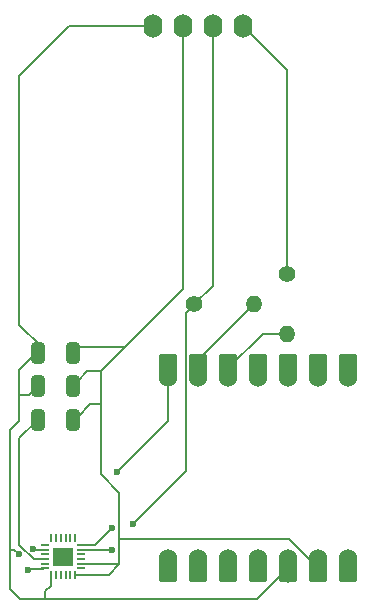
<source format=gbr>
%TF.GenerationSoftware,KiCad,Pcbnew,9.0.1*%
%TF.CreationDate,2025-07-17T13:04:37-04:00*%
%TF.ProjectId,hermes,6865726d-6573-42e6-9b69-6361645f7063,rev?*%
%TF.SameCoordinates,Original*%
%TF.FileFunction,Copper,L1,Top*%
%TF.FilePolarity,Positive*%
%FSLAX46Y46*%
G04 Gerber Fmt 4.6, Leading zero omitted, Abs format (unit mm)*
G04 Created by KiCad (PCBNEW 9.0.1) date 2025-07-17 13:04:37*
%MOMM*%
%LPD*%
G01*
G04 APERTURE LIST*
G04 Aperture macros list*
%AMRoundRect*
0 Rectangle with rounded corners*
0 $1 Rounding radius*
0 $2 $3 $4 $5 $6 $7 $8 $9 X,Y pos of 4 corners*
0 Add a 4 corners polygon primitive as box body*
4,1,4,$2,$3,$4,$5,$6,$7,$8,$9,$2,$3,0*
0 Add four circle primitives for the rounded corners*
1,1,$1+$1,$2,$3*
1,1,$1+$1,$4,$5*
1,1,$1+$1,$6,$7*
1,1,$1+$1,$8,$9*
0 Add four rect primitives between the rounded corners*
20,1,$1+$1,$2,$3,$4,$5,0*
20,1,$1+$1,$4,$5,$6,$7,0*
20,1,$1+$1,$6,$7,$8,$9,0*
20,1,$1+$1,$8,$9,$2,$3,0*%
G04 Aperture macros list end*
%TA.AperFunction,ComponentPad*%
%ADD10C,1.400000*%
%TD*%
%TA.AperFunction,ComponentPad*%
%ADD11O,1.400000X1.400000*%
%TD*%
%TA.AperFunction,SMDPad,CuDef*%
%ADD12RoundRect,0.250000X-0.325000X-0.650000X0.325000X-0.650000X0.325000X0.650000X-0.325000X0.650000X0*%
%TD*%
%TA.AperFunction,SMDPad,CuDef*%
%ADD13RoundRect,0.027500X-0.082500X0.292500X-0.082500X-0.292500X0.082500X-0.292500X0.082500X0.292500X0*%
%TD*%
%TA.AperFunction,SMDPad,CuDef*%
%ADD14RoundRect,0.027500X-0.292500X0.082500X-0.292500X-0.082500X0.292500X-0.082500X0.292500X0.082500X0*%
%TD*%
%TA.AperFunction,SMDPad,CuDef*%
%ADD15R,1.700000X1.540000*%
%TD*%
%TA.AperFunction,ComponentPad*%
%ADD16O,1.600000X2.000000*%
%TD*%
%TA.AperFunction,SMDPad,CuDef*%
%ADD17RoundRect,0.152400X0.609600X-1.063600X0.609600X1.063600X-0.609600X1.063600X-0.609600X-1.063600X0*%
%TD*%
%TA.AperFunction,ComponentPad*%
%ADD18C,1.524000*%
%TD*%
%TA.AperFunction,SMDPad,CuDef*%
%ADD19RoundRect,0.152400X-0.609600X1.063600X-0.609600X-1.063600X0.609600X-1.063600X0.609600X1.063600X0*%
%TD*%
%TA.AperFunction,ViaPad*%
%ADD20C,0.600000*%
%TD*%
%TA.AperFunction,Conductor*%
%ADD21C,0.200000*%
%TD*%
%TA.AperFunction,Conductor*%
%ADD22C,0.150000*%
%TD*%
G04 APERTURE END LIST*
D10*
%TO.P,R1,1*%
%TO.N,SDA*%
X121650000Y-98370000D03*
D11*
%TO.P,R1,2*%
%TO.N,Net-(U2-GPIO6{slash}SDA)*%
X121650000Y-103450000D03*
%TD*%
D12*
%TO.P,C1,1*%
%TO.N,Net-(U1-REGOUT)*%
X100605000Y-110690000D03*
%TO.P,C1,2*%
%TO.N,GND*%
X103555000Y-110690000D03*
%TD*%
D13*
%TO.P,U1,1*%
%TO.N,N/C*%
X103705000Y-120755000D03*
%TO.P,U1,2*%
X103305000Y-120755000D03*
%TO.P,U1,3*%
X102905000Y-120755000D03*
%TO.P,U1,4*%
X102505000Y-120755000D03*
%TO.P,U1,5*%
X102105000Y-120755000D03*
%TO.P,U1,6*%
X101705000Y-120755000D03*
D14*
%TO.P,U1,7,AUX_CL*%
%TO.N,unconnected-(U1-AUX_CL-Pad7)*%
X101160000Y-121300000D03*
%TO.P,U1,8,VDDIO*%
%TO.N,3V3*%
X101160000Y-121700000D03*
%TO.P,U1,9,AD0/SDO*%
%TO.N,unconnected-(U1-AD0{slash}SDO-Pad9)*%
X101160000Y-122100000D03*
%TO.P,U1,10,REGOUT*%
%TO.N,Net-(U1-REGOUT)*%
X101160000Y-122500000D03*
%TO.P,U1,11,FSYNC*%
%TO.N,unconnected-(U1-FSYNC-Pad11)*%
X101160000Y-122900000D03*
%TO.P,U1,12,INT*%
%TO.N,ACCELINT*%
X101160000Y-123300000D03*
D13*
%TO.P,U1,13,VDD*%
%TO.N,3V3*%
X101705000Y-123845000D03*
%TO.P,U1,14*%
%TO.N,N/C*%
X102105000Y-123845000D03*
%TO.P,U1,15*%
X102505000Y-123845000D03*
%TO.P,U1,16*%
X102905000Y-123845000D03*
%TO.P,U1,17*%
X103305000Y-123845000D03*
%TO.P,U1,18,GND*%
%TO.N,GND*%
X103705000Y-123845000D03*
D14*
%TO.P,U1,19,RESV_1*%
%TO.N,unconnected-(U1-RESV_1-Pad19)*%
X104250000Y-123300000D03*
%TO.P,U1,20,RESV_2*%
%TO.N,GND*%
X104250000Y-122900000D03*
%TO.P,U1,21,AUX_DA*%
%TO.N,unconnected-(U1-AUX_DA-Pad21)*%
X104250000Y-122500000D03*
%TO.P,U1,22,NCS*%
%TO.N,unconnected-(U1-NCS-Pad22)*%
X104250000Y-122100000D03*
%TO.P,U1,23,SCL/SCLK*%
%TO.N,SCL*%
X104250000Y-121700000D03*
%TO.P,U1,24,SDA/SDI*%
%TO.N,SDA*%
X104250000Y-121300000D03*
D15*
%TO.P,U1,25,EXP*%
%TO.N,unconnected-(U1-EXP-Pad25)*%
X102705000Y-122300000D03*
%TD*%
D12*
%TO.P,C3,1*%
%TO.N,3V3*%
X100575000Y-105050000D03*
%TO.P,C3,2*%
%TO.N,GND*%
X103525000Y-105050000D03*
%TD*%
D16*
%TO.P,DS1,1,VDD*%
%TO.N,3V3*%
X110300000Y-77400000D03*
%TO.P,DS1,2,GND*%
%TO.N,GND*%
X112840000Y-77400000D03*
%TO.P,DS1,3,SCK*%
%TO.N,SCL*%
X115380000Y-77400000D03*
%TO.P,DS1,4,SDA*%
%TO.N,SDA*%
X117920000Y-77400000D03*
%TD*%
D10*
%TO.P,R2,1*%
%TO.N,SCL*%
X113810000Y-100950000D03*
D11*
%TO.P,R2,2*%
%TO.N,Net-(U2-GPIO7{slash}SCL)*%
X118890000Y-100950000D03*
%TD*%
D17*
%TO.P,U2,1,GPIO26/ADC0/A0*%
%TO.N,unconnected-(U2-GPIO26{slash}ADC0{slash}A0-Pad1)*%
X126851500Y-106345000D03*
D18*
X126851500Y-107180000D03*
D17*
%TO.P,U2,2,GPIO27/ADC1/A1*%
%TO.N,unconnected-(U2-GPIO27{slash}ADC1{slash}A1-Pad2)*%
X124311500Y-106345000D03*
D18*
X124311500Y-107180000D03*
D17*
%TO.P,U2,3,GPIO28/ADC2/A2*%
%TO.N,unconnected-(U2-GPIO28{slash}ADC2{slash}A2-Pad3)*%
X121771500Y-106345000D03*
D18*
X121771500Y-107180000D03*
D17*
%TO.P,U2,4,GPIO29/ADC3/A3*%
%TO.N,unconnected-(U2-GPIO29{slash}ADC3{slash}A3-Pad4)*%
X119231500Y-106345000D03*
D18*
X119231500Y-107180000D03*
D17*
%TO.P,U2,5,GPIO6/SDA*%
%TO.N,Net-(U2-GPIO6{slash}SDA)*%
X116691500Y-106345000D03*
D18*
X116691500Y-107180000D03*
D17*
%TO.P,U2,6,GPIO7/SCL*%
%TO.N,Net-(U2-GPIO7{slash}SCL)*%
X114151500Y-106345000D03*
D18*
X114151500Y-107180000D03*
D17*
%TO.P,U2,7,GPIO0/TX*%
%TO.N,ACCELINT*%
X111611500Y-106345000D03*
D18*
X111611500Y-107180000D03*
%TO.P,U2,8,GPIO1/RX*%
%TO.N,unconnected-(U2-GPIO1{slash}RX-Pad8)*%
X111611500Y-122420000D03*
D19*
X111611500Y-123255000D03*
D18*
%TO.P,U2,9,GPIO2/SCK*%
%TO.N,unconnected-(U2-GPIO2{slash}SCK-Pad9)*%
X114151500Y-122420000D03*
D19*
X114151500Y-123255000D03*
D18*
%TO.P,U2,10,GPIO4/MISO*%
%TO.N,unconnected-(U2-GPIO4{slash}MISO-Pad10)*%
X116691500Y-122420000D03*
D19*
X116691500Y-123255000D03*
D18*
%TO.P,U2,11,GPIO3/MOSI*%
%TO.N,unconnected-(U2-GPIO3{slash}MOSI-Pad11)*%
X119231500Y-122420000D03*
D19*
X119231500Y-123255000D03*
D18*
%TO.P,U2,12,3V3*%
%TO.N,3V3*%
X121771500Y-122420000D03*
D19*
X121771500Y-123255000D03*
D18*
%TO.P,U2,13,GND*%
%TO.N,GND*%
X124311500Y-122420000D03*
D19*
X124311500Y-123255000D03*
D18*
%TO.P,U2,14,VBUS*%
%TO.N,unconnected-(U2-VBUS-Pad14)*%
X126851500Y-122420000D03*
D19*
X126851500Y-123255000D03*
%TD*%
D12*
%TO.P,C2,1*%
%TO.N,3V3*%
X100605000Y-107880000D03*
%TO.P,C2,2*%
%TO.N,GND*%
X103555000Y-107880000D03*
%TD*%
D20*
%TO.N,3V3*%
X98950735Y-122099265D03*
X100174265Y-121625735D03*
%TO.N,SDA*%
X106870000Y-119850000D03*
%TO.N,SCL*%
X106870000Y-121750000D03*
X108600000Y-119500000D03*
%TO.N,ACCELINT*%
X99700000Y-123400000D03*
X107300000Y-115100000D03*
%TD*%
D21*
%TO.N,Net-(U1-REGOUT)*%
X99000000Y-112295000D02*
X99000000Y-121300000D01*
X101005000Y-110200000D02*
X101000000Y-110200000D01*
D22*
X101160000Y-122500000D02*
X100600000Y-122500000D01*
D21*
X100605000Y-110690000D02*
X99000000Y-112295000D01*
X99000000Y-121300000D02*
X100200000Y-122500000D01*
X100200000Y-122500000D02*
X100600000Y-122500000D01*
X101000000Y-110200000D02*
X100200000Y-111000000D01*
X100600000Y-122500000D02*
X100719666Y-122500000D01*
D22*
%TO.N,GND*%
X104250000Y-122900000D02*
X104690334Y-122900000D01*
D21*
X107470000Y-122950000D02*
X107470000Y-120800000D01*
X104740334Y-122950000D02*
X104690334Y-122900000D01*
X103716000Y-123856000D02*
X103716000Y-123845000D01*
X105875000Y-115335000D02*
X105875000Y-109400000D01*
X107470000Y-122950000D02*
X104740334Y-122950000D01*
X106575000Y-123845000D02*
X103716000Y-123845000D01*
X105015000Y-109400000D02*
X105875000Y-109400000D01*
X124311500Y-123255000D02*
X121856500Y-120800000D01*
X103955000Y-107390000D02*
X104745000Y-106600000D01*
X103845000Y-104560000D02*
X107915000Y-104560000D01*
X107470000Y-120800000D02*
X107470000Y-116930000D01*
X112840000Y-77400000D02*
X112840000Y-99635000D01*
X107470000Y-116930000D02*
X105875000Y-115335000D01*
X104745000Y-106600000D02*
X105875000Y-106600000D01*
X112840000Y-99635000D02*
X107937500Y-104537500D01*
X107937500Y-104537500D02*
X105875000Y-106600000D01*
X103955000Y-110460000D02*
X105015000Y-109400000D01*
X105875000Y-109400000D02*
X105875000Y-106600000D01*
X107915000Y-104560000D02*
X107937500Y-104537500D01*
X107470000Y-122950000D02*
X106575000Y-123845000D01*
X121856500Y-120800000D02*
X107470000Y-120800000D01*
%TO.N,3V3*%
X103200000Y-77400000D02*
X110300000Y-77400000D01*
X100895000Y-104560000D02*
X99000000Y-106455000D01*
X98197855Y-120400000D02*
X98198641Y-121700000D01*
X99000000Y-102665000D02*
X99000000Y-81600000D01*
X98198641Y-121700000D02*
X98200656Y-125030656D01*
X101005000Y-107390000D02*
X99795000Y-108600000D01*
X99000000Y-106455000D02*
X99000000Y-108600000D01*
X98551470Y-121700000D02*
X98950735Y-122099265D01*
X100895000Y-104560000D02*
X99000000Y-102665000D01*
X99795000Y-108600000D02*
X99000000Y-108600000D01*
X100174265Y-121625735D02*
X100313697Y-121765167D01*
X98198641Y-121700000D02*
X98551470Y-121700000D01*
X99000000Y-81600000D02*
X103200000Y-77400000D01*
X119126500Y-125900000D02*
X101200000Y-125900000D01*
X98200656Y-125030656D02*
X99070000Y-125900000D01*
D22*
X101160000Y-121700000D02*
X100719666Y-121700000D01*
D21*
X100313697Y-121765167D02*
X100654499Y-121765167D01*
X121771500Y-123255000D02*
X119126500Y-125900000D01*
X101200000Y-125250000D02*
X101694000Y-124756000D01*
X101694000Y-124756000D02*
X101694000Y-123845000D01*
X99000000Y-110800000D02*
X98195197Y-111604803D01*
X121771500Y-122420000D02*
X121771500Y-124428500D01*
X101200000Y-125900000D02*
X101200000Y-125250000D01*
X99070000Y-125900000D02*
X101200000Y-125900000D01*
X98197825Y-120350000D02*
X98197855Y-120400000D01*
D22*
X100719666Y-121700000D02*
X100654499Y-121765167D01*
D21*
X100654499Y-121765167D02*
X100659833Y-121759833D01*
X99000000Y-108600000D02*
X99000000Y-110800000D01*
X98195197Y-111604803D02*
X98195197Y-116004803D01*
X98195197Y-116004803D02*
X98197825Y-120350000D01*
%TO.N,SDA*%
X121650000Y-98370000D02*
X121650000Y-81130000D01*
X106870000Y-119850000D02*
X105431000Y-121289000D01*
X121650000Y-81130000D02*
X117920000Y-77400000D01*
X105431000Y-121289000D02*
X104250000Y-121289000D01*
D22*
%TO.N,SCL*%
X104800000Y-121700000D02*
X104850000Y-121750000D01*
D21*
X115380000Y-77400000D02*
X115380000Y-99380000D01*
X106870000Y-121750000D02*
X104850000Y-121750000D01*
D22*
X104250000Y-121700000D02*
X104800000Y-121700000D01*
D21*
X113088500Y-115011500D02*
X108600000Y-119500000D01*
X113088500Y-101671500D02*
X113088500Y-115011500D01*
X113810000Y-100950000D02*
X113088500Y-101671500D01*
X115380000Y-99380000D02*
X113810000Y-100950000D01*
%TO.N,ACCELINT*%
X99789000Y-123311000D02*
X100964000Y-123311000D01*
X111611500Y-110788500D02*
X107300000Y-115100000D01*
X99700000Y-123400000D02*
X99789000Y-123311000D01*
X111611500Y-107180000D02*
X111611500Y-110788500D01*
%TO.N,Net-(U2-GPIO7{slash}SCL)*%
X114151500Y-105688500D02*
X114151500Y-106345000D01*
X118890000Y-100950000D02*
X114151500Y-105688500D01*
%TO.N,Net-(U2-GPIO6{slash}SDA)*%
X121650000Y-103450000D02*
X119586500Y-103450000D01*
X119586500Y-103450000D02*
X116691500Y-106345000D01*
%TD*%
M02*

</source>
